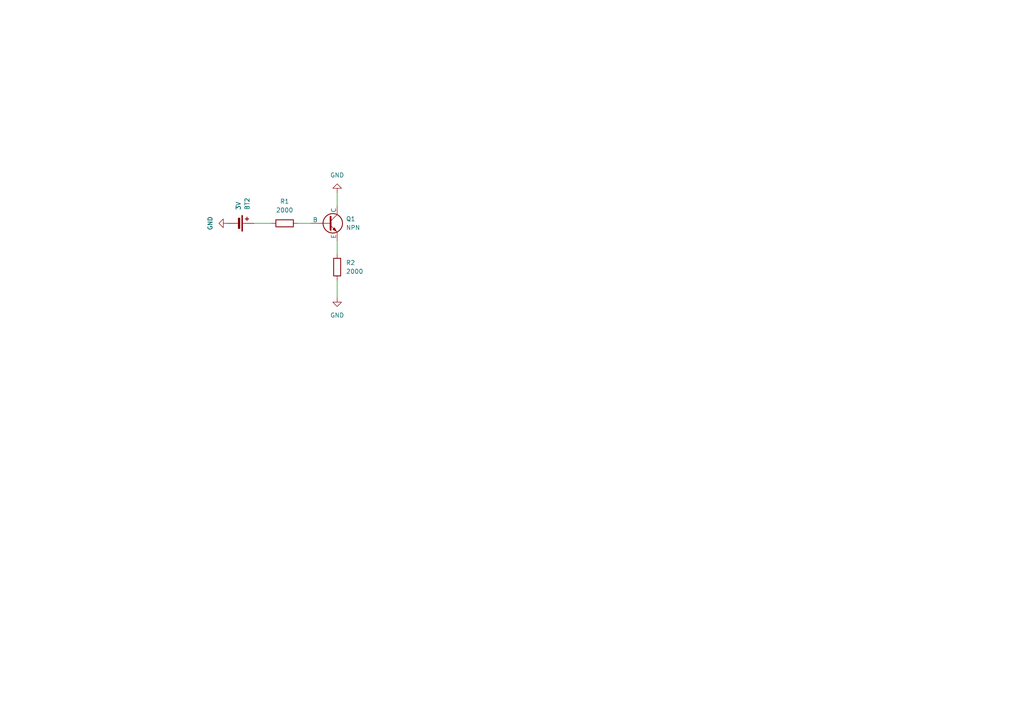
<source format=kicad_sch>
(kicad_sch (version 20230121) (generator eeschema)
  (paper "A4")
  (lib_symbols
    (symbol "Device:Battery_Cell" (pin_numbers hide) (pin_names (offset 0) hide)
      (property "Reference" "BT" (at 2.54 2.54 0))
      (property "Value" "Battery_Cell" (at 2.54 0 0))
      (symbol "Battery_Cell_0_1"
        (rectangle (start -2.286 1.778) (end 2.286 1.524) (fill (type outline)))
        (rectangle (start -1.524 1.016) (end 1.524 0.508) (fill (type outline)))
        (polyline (pts (xy 0 0.762) (xy 0 0)))
        (polyline (pts (xy 0 1.778) (xy 0 2.54)))
        (polyline (pts (xy 0.762 3.048) (xy 1.778 3.048)) (stroke (width 0.254)))
        (polyline (pts (xy 1.27 3.556) (xy 1.27 2.54)) (stroke (width 0.254)))
      )
      (symbol "Battery_Cell_1_1"
        (pin passive line (at 0 5.08 270) (length 2.54) (name "+") (number "1"))
        (pin passive line (at 0 -2.54 90) (length 2.54) (name "-") (number "2"))
      )
    )
    (symbol "Device:R" (pin_numbers hide) (pin_names (offset 0))
      (property "Reference" "R" (at 2.032 0 90))
      (property "Value" "R" (at 0 0 90))
      (symbol "R_0_1"
        (rectangle (start -1.016 -2.54) (end 1.016 2.54) (stroke (width 0.254)))
      )
      (symbol "R_1_1"
        (pin passive line (at 0 3.81 270) (length 1.27) (name "~") (number "1"))
        (pin passive line (at 0 -3.81 90) (length 1.27) (name "~") (number "2"))
      )
    )
    (symbol "Simulation_SPICE:NPN" (pin_numbers hide) (pin_names (offset 0))
      (property "Reference" "Q" (at -2.54 7.62 0))
      (property "Value" "NPN" (at -2.54 5.08 0))
      (symbol "NPN_0_1"
        (polyline (pts (xy -2.54 0) (xy 0.635 0)) (stroke (width 0.1524)))
        (polyline (pts (xy 0.635 0.635) (xy 2.54 2.54)))
        (polyline (pts (xy 2.794 -1.27) (xy 2.794 -1.27)) (stroke (width 0.1524)))
        (polyline (pts (xy 2.794 -1.27) (xy 2.794 -1.27)) (stroke (width 0.1524)))
        (polyline (pts (xy 0.635 -0.635) (xy 2.54 -2.54) (xy 2.54 -2.54)))
        (polyline (pts (xy 0.635 1.905) (xy 0.635 -1.905) (xy 0.635 -1.905)) (stroke (width 0.508)))
        (polyline (pts (xy 1.27 -1.778) (xy 1.778 -1.27) (xy 2.286 -2.286) (xy 1.27 -1.778) (xy 1.27 -1.778)) (fill (type outline)))
        (circle (center 1.27 0) (radius 2.8194) (stroke (width 0.254)))
      )
      (symbol "NPN_1_1"
        (pin open_collector line (at 2.54 5.08 270) (length 2.54) (name "C") (number "1"))
        (pin input line (at -5.08 0 0) (length 2.54) (name "B") (number "2"))
        (pin open_emitter line (at 2.54 -5.08 90) (length 2.54) (name "E") (number "3"))
      )
    )
    (symbol "power:GND" (power) (pin_names (offset 0))
      (property "Value" "GND" (at 0 -3.81 0))
      (symbol "GND_0_1"
        (polyline (pts (xy 0 0) (xy 0 -1.27) (xy 1.27 -1.27) (xy 0 -2.54) (xy -1.27 -1.27) (xy 0 -1.27)))
      )
      (symbol "GND_1_1"
        (pin power_in line (at 0 0 270) (length 0) hide (name "GND") (number "1"))
      )
    )
  )
  (wire (pts (xy 97.79 55.88) (xy 97.79 59.69)))
  (wire (pts (xy 97.79 73.66) (xy 97.79 69.85)))
  (wire (pts (xy 73.66 64.77) (xy 78.74 64.77)))
  (wire (pts (xy 86.36 64.77) (xy 90.17 64.77)))
  (wire (pts (xy 97.79 81.28) (xy 97.79 86.36)))
  (symbol (lib_id "power:GND") (at 97.79 55.88 0) (mirror x) (unit 1)
    (property "Reference" "#PWR01" (effects hide))
    (property "Value" "GND" (at 97.79 50.8 0))
  )
  (symbol (lib_id "power:GND") (at 97.79 86.36 0) (unit 1)
    (property "Reference" "#PWR04" (effects hide))
    (property "Value" "GND" (at 97.79 91.44 0))
  )
  (symbol (lib_id "Device:R") (at 97.79 77.47 180) (unit 1)
    (property "Reference" "R2" (at 100.33 76.2 0) (effects (justify right)))
    (property "Value" "2000" (at 100.33 78.74 0) (effects (justify right)))
  )
  (symbol (lib_id "Device:Battery_Cell") (at 68.58 64.77 270) (mirror x) (unit 1)
    (property "Reference" "BT2" (at 71.6915 60.96 0) (effects (justify left)))
    (property "Value" "3V" (at 69.1515 60.96 0) (effects (justify left)))
    (property "Sim.Device" "V" (effects hide))
    (property "Sim.Type" "DC" (effects hide))
    (property "Sim.Pins" "1=+ 2=-" (effects hide))
    (property "Sim.Params" "dc=3" (effects hide))
  )
  (symbol (lib_id "Simulation_SPICE:NPN") (at 95.25 64.77 0) (unit 1)
    (property "Reference" "Q1" (at 100.33 63.5 0) (effects (justify left)))
    (property "Value" "NPN" (at 100.33 66.04 0) (effects (justify left)))
    (property "Sim.Device" "NPN" (effects hide))
    (property "Sim.Type" "GUMMELPOON" (effects hide))
    (property "Sim.Pins" "1=C 2=B 3=E" (effects hide))
  )
  (symbol (lib_id "power:GND") (at 66.04 64.77 270) (mirror x) (unit 1)
    (property "Reference" "#PWR02" (effects hide))
    (property "Value" "GND" (at 60.96 64.77 0))
  )
  (symbol (lib_id "Device:R") (at 82.55 64.77 90) (unit 1)
    (property "Reference" "R1" (at 82.55 58.42 90))
    (property "Value" "2000" (at 82.55 60.96 90))
  )
)
</source>
